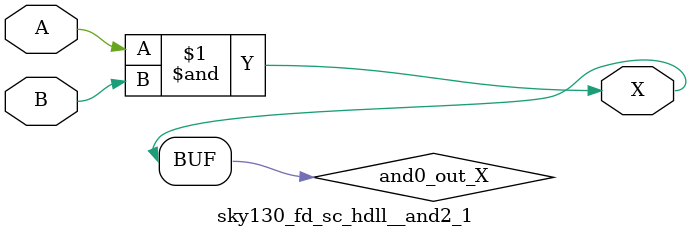
<source format=v>
/*
 * Copyright 2020 The SkyWater PDK Authors
 *
 * Licensed under the Apache License, Version 2.0 (the "License");
 * you may not use this file except in compliance with the License.
 * You may obtain a copy of the License at
 *
 *     https://www.apache.org/licenses/LICENSE-2.0
 *
 * Unless required by applicable law or agreed to in writing, software
 * distributed under the License is distributed on an "AS IS" BASIS,
 * WITHOUT WARRANTIES OR CONDITIONS OF ANY KIND, either express or implied.
 * See the License for the specific language governing permissions and
 * limitations under the License.
 *
 * SPDX-License-Identifier: Apache-2.0
*/


`ifndef SKY130_FD_SC_HDLL__AND2_1_FUNCTIONAL_V
`define SKY130_FD_SC_HDLL__AND2_1_FUNCTIONAL_V

/**
 * and2: 2-input AND.
 *
 * Verilog simulation functional model.
 */

`timescale 1ns / 1ps
`default_nettype none

`celldefine
module sky130_fd_sc_hdll__and2_1 (
    X,
    A,
    B
);

    // Module ports
    output X;
    input  A;
    input  B;

    // Local signals
    wire and0_out_X;

    //  Name  Output      Other arguments
    and and0 (and0_out_X, A, B           );
    buf buf0 (X         , and0_out_X     );

endmodule
`endcelldefine

`default_nettype wire
`endif  // SKY130_FD_SC_HDLL__AND2_1_FUNCTIONAL_V

</source>
